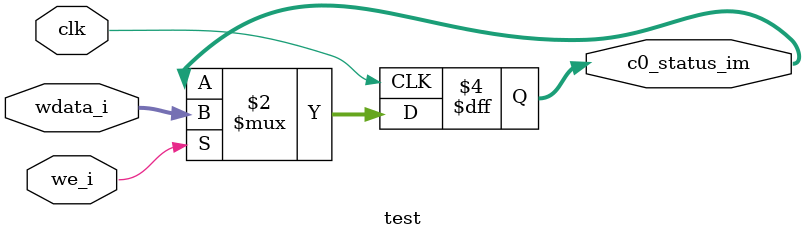
<source format=v>
`timescale 1ns / 1ps


module test(
    input clk,
    input we_i,
    input [7:0]     wdata_i,
    output reg [7:0]    c0_status_im

    );

    always @(posedge clk) begin
        if(we_i) begin
            c0_status_im <= wdata_i ;
        end
    end
endmodule

</source>
